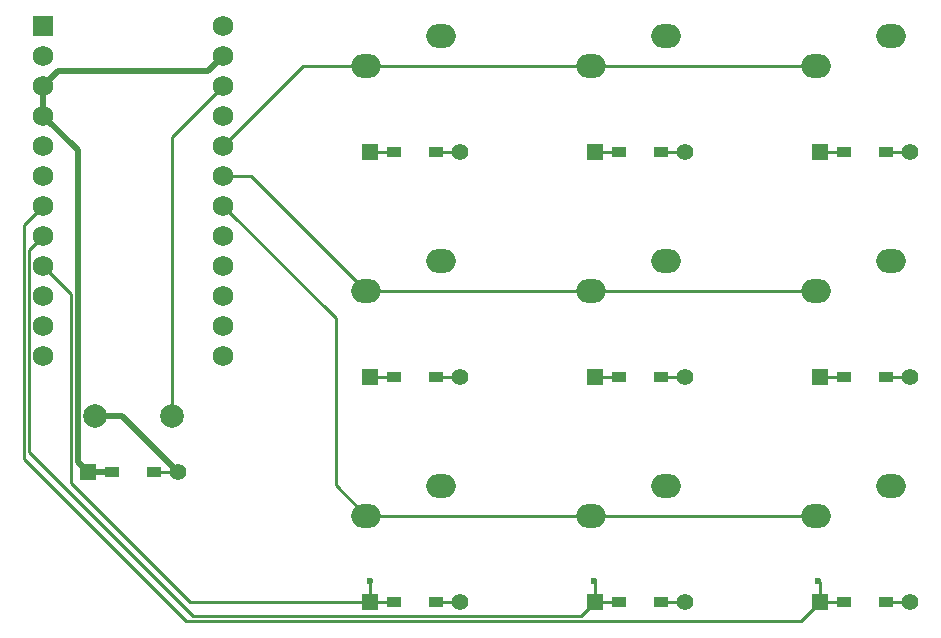
<source format=gbr>
%TF.GenerationSoftware,KiCad,Pcbnew,8.0.8*%
%TF.CreationDate,2025-02-16T23:14:20+09:00*%
%TF.ProjectId,macro,6d616372-6f2e-46b6-9963-61645f706362,rev?*%
%TF.SameCoordinates,Original*%
%TF.FileFunction,Copper,L2,Bot*%
%TF.FilePolarity,Positive*%
%FSLAX46Y46*%
G04 Gerber Fmt 4.6, Leading zero omitted, Abs format (unit mm)*
G04 Created by KiCad (PCBNEW 8.0.8) date 2025-02-16 23:14:20*
%MOMM*%
%LPD*%
G01*
G04 APERTURE LIST*
%TA.AperFunction,ComponentPad*%
%ADD10O,2.500000X2.000000*%
%TD*%
%TA.AperFunction,ComponentPad*%
%ADD11C,2.000000*%
%TD*%
%TA.AperFunction,ComponentPad*%
%ADD12R,1.397000X1.397000*%
%TD*%
%TA.AperFunction,SMDPad,CuDef*%
%ADD13R,1.300000X0.950000*%
%TD*%
%TA.AperFunction,ComponentPad*%
%ADD14C,1.397000*%
%TD*%
%TA.AperFunction,ComponentPad*%
%ADD15R,1.752600X1.752600*%
%TD*%
%TA.AperFunction,ComponentPad*%
%ADD16C,1.752600*%
%TD*%
%TA.AperFunction,ViaPad*%
%ADD17C,0.600000*%
%TD*%
%TA.AperFunction,Conductor*%
%ADD18C,0.250000*%
%TD*%
%TA.AperFunction,Conductor*%
%ADD19C,0.500000*%
%TD*%
G04 APERTURE END LIST*
D10*
X111822500Y-65460000D03*
X118172500Y-62920000D03*
X92772500Y-65460000D03*
X99122500Y-62920000D03*
D11*
X57250000Y-76050000D03*
X50750000Y-76050000D03*
D10*
X73722500Y-65460000D03*
X80072500Y-62920000D03*
X73722500Y-84510000D03*
X80072500Y-81970000D03*
D12*
X112140000Y-72762500D03*
D13*
X114175000Y-72762500D03*
X117725000Y-72762500D03*
D14*
X119760000Y-72762500D03*
D10*
X73722500Y-46410000D03*
X80072500Y-43870000D03*
X111827890Y-84510000D03*
X118177890Y-81970000D03*
D12*
X93090000Y-53712500D03*
D13*
X95125000Y-53712500D03*
X98675000Y-53712500D03*
D14*
X100710000Y-53712500D03*
D15*
X46380000Y-43030000D03*
D16*
X46380000Y-45570000D03*
X46380000Y-48110000D03*
X46380000Y-50650000D03*
X46380000Y-53190000D03*
X46380000Y-55730000D03*
X46380000Y-58270000D03*
X46380000Y-60810000D03*
X46380000Y-63350000D03*
X46380000Y-65890000D03*
X46380000Y-68430000D03*
X46380000Y-70970000D03*
X61620000Y-70970000D03*
X61620000Y-68430000D03*
X61620000Y-65890000D03*
X61620000Y-63350000D03*
X61620000Y-60810000D03*
X61620000Y-58270000D03*
X61620000Y-55730000D03*
X61620000Y-53190000D03*
X61620000Y-50650000D03*
X61620000Y-48110000D03*
X61620000Y-45570000D03*
X61620000Y-43030000D03*
D10*
X92780471Y-84510000D03*
X99130471Y-81970000D03*
X111822500Y-46410000D03*
X118172500Y-43870000D03*
D12*
X50190000Y-80812500D03*
D13*
X52225000Y-80812500D03*
X55775000Y-80812500D03*
D14*
X57810000Y-80812500D03*
D12*
X112140000Y-53712500D03*
D13*
X114175000Y-53712500D03*
X117725000Y-53712500D03*
D14*
X119760000Y-53712500D03*
D12*
X112140000Y-91812500D03*
D13*
X114175000Y-91812500D03*
X117725000Y-91812500D03*
D14*
X119760000Y-91812500D03*
D12*
X74040000Y-53712500D03*
D13*
X76075000Y-53712500D03*
X79625000Y-53712500D03*
D14*
X81660000Y-53712500D03*
D12*
X93090000Y-91812500D03*
D13*
X95125000Y-91812500D03*
X98675000Y-91812500D03*
D14*
X100710000Y-91812500D03*
D12*
X93090000Y-72762500D03*
D13*
X95125000Y-72762500D03*
X98675000Y-72762500D03*
D14*
X100710000Y-72762500D03*
D10*
X92772500Y-46410000D03*
X99122500Y-43870000D03*
D12*
X74040000Y-72762500D03*
D13*
X76075000Y-72762500D03*
X79625000Y-72762500D03*
D14*
X81660000Y-72762500D03*
D12*
X74040000Y-91812500D03*
D13*
X76075000Y-91812500D03*
X79625000Y-91812500D03*
D14*
X81660000Y-91812500D03*
D17*
X74000000Y-90000000D03*
X93000000Y-90000000D03*
X112000000Y-90000000D03*
D18*
X92772500Y-46410000D02*
X111822500Y-46410000D01*
X61620000Y-53190000D02*
X68400000Y-46410000D01*
X73722500Y-46410000D02*
X92772500Y-46410000D01*
X68400000Y-46410000D02*
X73722500Y-46410000D01*
X79625000Y-53712500D02*
X81660000Y-53712500D01*
X81660000Y-72762500D02*
X79625000Y-72762500D01*
X61620000Y-55730000D02*
X63992500Y-55730000D01*
X73722500Y-65460000D02*
X92772500Y-65460000D01*
X63992500Y-55730000D02*
X73722500Y-65460000D01*
X92772500Y-65460000D02*
X111822500Y-65460000D01*
X61620000Y-58270000D02*
X71127500Y-67777500D01*
X71127500Y-67777500D02*
X71127500Y-81915000D01*
X71127500Y-81915000D02*
X73722500Y-84510000D01*
X92780471Y-84510000D02*
X111827890Y-84510000D01*
X73722500Y-84510000D02*
X92780471Y-84510000D01*
X81660000Y-91812500D02*
X79625000Y-91812500D01*
X98675000Y-53712500D02*
X100710000Y-53712500D01*
X100710000Y-72762500D02*
X98675000Y-72762500D01*
X100710000Y-91812500D02*
X98675000Y-91812500D01*
X117725000Y-53712500D02*
X119760000Y-53712500D01*
X117725000Y-72762500D02*
X119760000Y-72762500D01*
X117725000Y-91812500D02*
X119760000Y-91812500D01*
X61620000Y-48110000D02*
X57250000Y-52480000D01*
X57250000Y-52480000D02*
X57250000Y-76050000D01*
X55775000Y-80812500D02*
X57810000Y-80812500D01*
D19*
X57810000Y-80812500D02*
X53047500Y-76050000D01*
X53047500Y-76050000D02*
X50750000Y-76050000D01*
D18*
X48725000Y-65695000D02*
X48725000Y-81725000D01*
X74040000Y-90040000D02*
X74000000Y-90000000D01*
X74040000Y-91812500D02*
X74040000Y-90040000D01*
X48725000Y-81725000D02*
X58812500Y-91812500D01*
X76075000Y-72762500D02*
X74040000Y-72762500D01*
X76075000Y-91812500D02*
X74040000Y-91812500D01*
X46380000Y-63350000D02*
X48725000Y-65695000D01*
X58812500Y-91812500D02*
X74040000Y-91812500D01*
X76075000Y-53712500D02*
X74040000Y-53712500D01*
X45178700Y-62011300D02*
X45178700Y-79133888D01*
X93090000Y-90090000D02*
X93000000Y-90000000D01*
X93090000Y-53712500D02*
X95125000Y-53712500D01*
X95125000Y-72762500D02*
X93090000Y-72762500D01*
X93090000Y-91812500D02*
X93090000Y-90090000D01*
X93090000Y-91812500D02*
X95125000Y-91812500D01*
X59044812Y-93000000D02*
X91902500Y-93000000D01*
X46380000Y-60810000D02*
X45178700Y-62011300D01*
X45178700Y-79133888D02*
X59044812Y-93000000D01*
X91902500Y-93000000D02*
X93090000Y-91812500D01*
X44728700Y-59921300D02*
X44728700Y-79728700D01*
X46380000Y-58270000D02*
X44728700Y-59921300D01*
X112140000Y-91812500D02*
X114175000Y-91812500D01*
X112140000Y-72762500D02*
X114175000Y-72762500D01*
X110502500Y-93450000D02*
X112140000Y-91812500D01*
X112140000Y-90140000D02*
X112000000Y-90000000D01*
X44728700Y-79728700D02*
X58450000Y-93450000D01*
X58450000Y-93450000D02*
X110502500Y-93450000D01*
X114175000Y-53712500D02*
X112140000Y-53712500D01*
X112140000Y-91812500D02*
X112140000Y-90140000D01*
D19*
X46380000Y-48110000D02*
X46380000Y-50650000D01*
X49300000Y-53570000D02*
X49300000Y-79922500D01*
X47593700Y-46896300D02*
X46380000Y-48110000D01*
X50190000Y-80812500D02*
X52225000Y-80812500D01*
X46380000Y-50650000D02*
X49300000Y-53570000D01*
X49300000Y-79922500D02*
X50190000Y-80812500D01*
X60293700Y-46896300D02*
X47593700Y-46896300D01*
X61620000Y-45570000D02*
X60293700Y-46896300D01*
M02*

</source>
